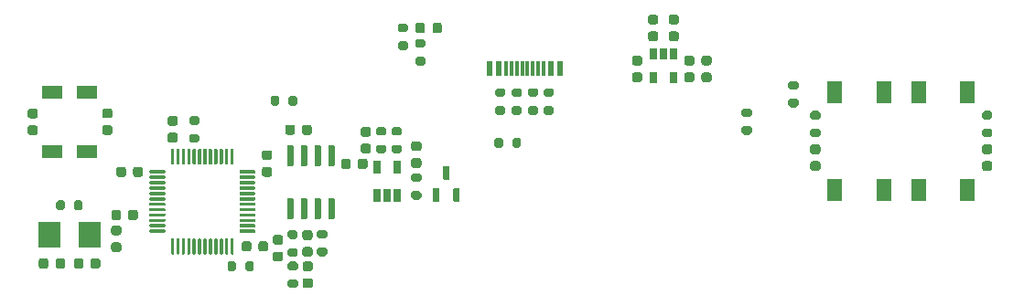
<source format=gtp>
G04 #@! TF.GenerationSoftware,KiCad,Pcbnew,(5.1.12)-1*
G04 #@! TF.CreationDate,2024-09-15T14:26:27+03:00*
G04 #@! TF.ProjectId,CaliperPCB,43616c69-7065-4725-9043-422e6b696361,rev?*
G04 #@! TF.SameCoordinates,Original*
G04 #@! TF.FileFunction,Paste,Top*
G04 #@! TF.FilePolarity,Positive*
%FSLAX46Y46*%
G04 Gerber Fmt 4.6, Leading zero omitted, Abs format (unit mm)*
G04 Created by KiCad (PCBNEW (5.1.12)-1) date 2024-09-15 14:26:27*
%MOMM*%
%LPD*%
G01*
G04 APERTURE LIST*
%ADD10R,0.650000X1.220000*%
%ADD11R,0.650000X1.060000*%
%ADD12R,1.400000X2.100000*%
%ADD13R,1.900000X1.300000*%
%ADD14R,2.000000X2.400000*%
%ADD15R,0.300000X1.450000*%
%ADD16R,0.600000X1.450000*%
G04 APERTURE END LIST*
G36*
G01*
X135105000Y-110170000D02*
X135655000Y-110170000D01*
G75*
G02*
X135855000Y-110370000I0J-200000D01*
G01*
X135855000Y-110770000D01*
G75*
G02*
X135655000Y-110970000I-200000J0D01*
G01*
X135105000Y-110970000D01*
G75*
G02*
X134905000Y-110770000I0J200000D01*
G01*
X134905000Y-110370000D01*
G75*
G02*
X135105000Y-110170000I200000J0D01*
G01*
G37*
G36*
G01*
X135105000Y-108520000D02*
X135655000Y-108520000D01*
G75*
G02*
X135855000Y-108720000I0J-200000D01*
G01*
X135855000Y-109120000D01*
G75*
G02*
X135655000Y-109320000I-200000J0D01*
G01*
X135105000Y-109320000D01*
G75*
G02*
X134905000Y-109120000I0J200000D01*
G01*
X134905000Y-108720000D01*
G75*
G02*
X135105000Y-108520000I200000J0D01*
G01*
G37*
G36*
G01*
X137824998Y-107225000D02*
X138374998Y-107225000D01*
G75*
G02*
X138574998Y-107425000I0J-200000D01*
G01*
X138574998Y-107825000D01*
G75*
G02*
X138374998Y-108025000I-200000J0D01*
G01*
X137824998Y-108025000D01*
G75*
G02*
X137624998Y-107825000I0J200000D01*
G01*
X137624998Y-107425000D01*
G75*
G02*
X137824998Y-107225000I200000J0D01*
G01*
G37*
G36*
G01*
X137824998Y-105575000D02*
X138374998Y-105575000D01*
G75*
G02*
X138574998Y-105775000I0J-200000D01*
G01*
X138574998Y-106175000D01*
G75*
G02*
X138374998Y-106375000I-200000J0D01*
G01*
X137824998Y-106375000D01*
G75*
G02*
X137624998Y-106175000I0J200000D01*
G01*
X137624998Y-105775000D01*
G75*
G02*
X137824998Y-105575000I200000J0D01*
G01*
G37*
G36*
G01*
X135091666Y-107270000D02*
X135641666Y-107270000D01*
G75*
G02*
X135841666Y-107470000I0J-200000D01*
G01*
X135841666Y-107870000D01*
G75*
G02*
X135641666Y-108070000I-200000J0D01*
G01*
X135091666Y-108070000D01*
G75*
G02*
X134891666Y-107870000I0J200000D01*
G01*
X134891666Y-107470000D01*
G75*
G02*
X135091666Y-107270000I200000J0D01*
G01*
G37*
G36*
G01*
X135091666Y-105620000D02*
X135641666Y-105620000D01*
G75*
G02*
X135841666Y-105820000I0J-200000D01*
G01*
X135841666Y-106220000D01*
G75*
G02*
X135641666Y-106420000I-200000J0D01*
G01*
X135091666Y-106420000D01*
G75*
G02*
X134891666Y-106220000I0J200000D01*
G01*
X134891666Y-105820000D01*
G75*
G02*
X135091666Y-105620000I200000J0D01*
G01*
G37*
G36*
G01*
X137010000Y-109420000D02*
X136510000Y-109420000D01*
G75*
G02*
X136285000Y-109195000I0J225000D01*
G01*
X136285000Y-108745000D01*
G75*
G02*
X136510000Y-108520000I225000J0D01*
G01*
X137010000Y-108520000D01*
G75*
G02*
X137235000Y-108745000I0J-225000D01*
G01*
X137235000Y-109195000D01*
G75*
G02*
X137010000Y-109420000I-225000J0D01*
G01*
G37*
G36*
G01*
X137010000Y-110970000D02*
X136510000Y-110970000D01*
G75*
G02*
X136285000Y-110745000I0J225000D01*
G01*
X136285000Y-110295000D01*
G75*
G02*
X136510000Y-110070000I225000J0D01*
G01*
X137010000Y-110070000D01*
G75*
G02*
X137235000Y-110295000I0J-225000D01*
G01*
X137235000Y-110745000D01*
G75*
G02*
X137010000Y-110970000I-225000J0D01*
G01*
G37*
G36*
G01*
X133750000Y-107605000D02*
X134250000Y-107605000D01*
G75*
G02*
X134475000Y-107830000I0J-225000D01*
G01*
X134475000Y-108280000D01*
G75*
G02*
X134250000Y-108505000I-225000J0D01*
G01*
X133750000Y-108505000D01*
G75*
G02*
X133525000Y-108280000I0J225000D01*
G01*
X133525000Y-107830000D01*
G75*
G02*
X133750000Y-107605000I225000J0D01*
G01*
G37*
G36*
G01*
X133750000Y-106055000D02*
X134250000Y-106055000D01*
G75*
G02*
X134475000Y-106280000I0J-225000D01*
G01*
X134475000Y-106730000D01*
G75*
G02*
X134250000Y-106955000I-225000J0D01*
G01*
X133750000Y-106955000D01*
G75*
G02*
X133525000Y-106730000I0J225000D01*
G01*
X133525000Y-106280000D01*
G75*
G02*
X133750000Y-106055000I225000J0D01*
G01*
G37*
G36*
G01*
X136983332Y-106520000D02*
X136483332Y-106520000D01*
G75*
G02*
X136258332Y-106295000I0J225000D01*
G01*
X136258332Y-105845000D01*
G75*
G02*
X136483332Y-105620000I225000J0D01*
G01*
X136983332Y-105620000D01*
G75*
G02*
X137208332Y-105845000I0J-225000D01*
G01*
X137208332Y-106295000D01*
G75*
G02*
X136983332Y-106520000I-225000J0D01*
G01*
G37*
G36*
G01*
X136983332Y-108070000D02*
X136483332Y-108070000D01*
G75*
G02*
X136258332Y-107845000I0J225000D01*
G01*
X136258332Y-107395000D01*
G75*
G02*
X136483332Y-107170000I225000J0D01*
G01*
X136983332Y-107170000D01*
G75*
G02*
X137208332Y-107395000I0J-225000D01*
G01*
X137208332Y-107845000D01*
G75*
G02*
X136983332Y-108070000I-225000J0D01*
G01*
G37*
G36*
G01*
X159335000Y-94905000D02*
X158785000Y-94905000D01*
G75*
G02*
X158585000Y-94705000I0J200000D01*
G01*
X158585000Y-94305000D01*
G75*
G02*
X158785000Y-94105000I200000J0D01*
G01*
X159335000Y-94105000D01*
G75*
G02*
X159535000Y-94305000I0J-200000D01*
G01*
X159535000Y-94705000D01*
G75*
G02*
X159335000Y-94905000I-200000J0D01*
G01*
G37*
G36*
G01*
X159335000Y-93255000D02*
X158785000Y-93255000D01*
G75*
G02*
X158585000Y-93055000I0J200000D01*
G01*
X158585000Y-92655000D01*
G75*
G02*
X158785000Y-92455000I200000J0D01*
G01*
X159335000Y-92455000D01*
G75*
G02*
X159535000Y-92655000I0J-200000D01*
G01*
X159535000Y-93055000D01*
G75*
G02*
X159335000Y-93255000I-200000J0D01*
G01*
G37*
G36*
G01*
X146555000Y-98935000D02*
X147055000Y-98935000D01*
G75*
G02*
X147280000Y-99160000I0J-225000D01*
G01*
X147280000Y-99610000D01*
G75*
G02*
X147055000Y-99835000I-225000J0D01*
G01*
X146555000Y-99835000D01*
G75*
G02*
X146330000Y-99610000I0J225000D01*
G01*
X146330000Y-99160000D01*
G75*
G02*
X146555000Y-98935000I225000J0D01*
G01*
G37*
G36*
G01*
X146555000Y-97385000D02*
X147055000Y-97385000D01*
G75*
G02*
X147280000Y-97610000I0J-225000D01*
G01*
X147280000Y-98060000D01*
G75*
G02*
X147055000Y-98285000I-225000J0D01*
G01*
X146555000Y-98285000D01*
G75*
G02*
X146330000Y-98060000I0J225000D01*
G01*
X146330000Y-97610000D01*
G75*
G02*
X146555000Y-97385000I225000J0D01*
G01*
G37*
G36*
G01*
X141395000Y-99720000D02*
X141395000Y-99220000D01*
G75*
G02*
X141620000Y-98995000I225000J0D01*
G01*
X142070000Y-98995000D01*
G75*
G02*
X142295000Y-99220000I0J-225000D01*
G01*
X142295000Y-99720000D01*
G75*
G02*
X142070000Y-99945000I-225000J0D01*
G01*
X141620000Y-99945000D01*
G75*
G02*
X141395000Y-99720000I0J225000D01*
G01*
G37*
G36*
G01*
X139845000Y-99720000D02*
X139845000Y-99220000D01*
G75*
G02*
X140070000Y-98995000I225000J0D01*
G01*
X140520000Y-98995000D01*
G75*
G02*
X140745000Y-99220000I0J-225000D01*
G01*
X140745000Y-99720000D01*
G75*
G02*
X140520000Y-99945000I-225000J0D01*
G01*
X140070000Y-99945000D01*
G75*
G02*
X139845000Y-99720000I0J225000D01*
G01*
G37*
G36*
G01*
X135585000Y-96060000D02*
X135585000Y-96560000D01*
G75*
G02*
X135360000Y-96785000I-225000J0D01*
G01*
X134910000Y-96785000D01*
G75*
G02*
X134685000Y-96560000I0J225000D01*
G01*
X134685000Y-96060000D01*
G75*
G02*
X134910000Y-95835000I225000J0D01*
G01*
X135360000Y-95835000D01*
G75*
G02*
X135585000Y-96060000I0J-225000D01*
G01*
G37*
G36*
G01*
X137135000Y-96060000D02*
X137135000Y-96560000D01*
G75*
G02*
X136910000Y-96785000I-225000J0D01*
G01*
X136460000Y-96785000D01*
G75*
G02*
X136235000Y-96560000I0J225000D01*
G01*
X136235000Y-96060000D01*
G75*
G02*
X136460000Y-95835000I225000J0D01*
G01*
X136910000Y-95835000D01*
G75*
G02*
X137135000Y-96060000I0J-225000D01*
G01*
G37*
G36*
G01*
X183470000Y-97665000D02*
X183970000Y-97665000D01*
G75*
G02*
X184195000Y-97890000I0J-225000D01*
G01*
X184195000Y-98340000D01*
G75*
G02*
X183970000Y-98565000I-225000J0D01*
G01*
X183470000Y-98565000D01*
G75*
G02*
X183245000Y-98340000I0J225000D01*
G01*
X183245000Y-97890000D01*
G75*
G02*
X183470000Y-97665000I225000J0D01*
G01*
G37*
G36*
G01*
X183470000Y-99215000D02*
X183970000Y-99215000D01*
G75*
G02*
X184195000Y-99440000I0J-225000D01*
G01*
X184195000Y-99890000D01*
G75*
G02*
X183970000Y-100115000I-225000J0D01*
G01*
X183470000Y-100115000D01*
G75*
G02*
X183245000Y-99890000I0J225000D01*
G01*
X183245000Y-99440000D01*
G75*
G02*
X183470000Y-99215000I225000J0D01*
G01*
G37*
G36*
G01*
X154845000Y-94905000D02*
X154295000Y-94905000D01*
G75*
G02*
X154095000Y-94705000I0J200000D01*
G01*
X154095000Y-94305000D01*
G75*
G02*
X154295000Y-94105000I200000J0D01*
G01*
X154845000Y-94105000D01*
G75*
G02*
X155045000Y-94305000I0J-200000D01*
G01*
X155045000Y-94705000D01*
G75*
G02*
X154845000Y-94905000I-200000J0D01*
G01*
G37*
G36*
G01*
X154845000Y-93255000D02*
X154295000Y-93255000D01*
G75*
G02*
X154095000Y-93055000I0J200000D01*
G01*
X154095000Y-92655000D01*
G75*
G02*
X154295000Y-92455000I200000J0D01*
G01*
X154845000Y-92455000D01*
G75*
G02*
X155045000Y-92655000I0J-200000D01*
G01*
X155045000Y-93055000D01*
G75*
G02*
X154845000Y-93255000I-200000J0D01*
G01*
G37*
G36*
G01*
X154048000Y-97785000D02*
X154048000Y-97235000D01*
G75*
G02*
X154248000Y-97035000I200000J0D01*
G01*
X154648000Y-97035000D01*
G75*
G02*
X154848000Y-97235000I0J-200000D01*
G01*
X154848000Y-97785000D01*
G75*
G02*
X154648000Y-97985000I-200000J0D01*
G01*
X154248000Y-97985000D01*
G75*
G02*
X154048000Y-97785000I0J200000D01*
G01*
G37*
G36*
G01*
X155698000Y-97785000D02*
X155698000Y-97235000D01*
G75*
G02*
X155898000Y-97035000I200000J0D01*
G01*
X156298000Y-97035000D01*
G75*
G02*
X156498000Y-97235000I0J-200000D01*
G01*
X156498000Y-97785000D01*
G75*
G02*
X156298000Y-97985000I-200000J0D01*
G01*
X155898000Y-97985000D01*
G75*
G02*
X155698000Y-97785000I0J200000D01*
G01*
G37*
G36*
G01*
X155823000Y-92455000D02*
X156373000Y-92455000D01*
G75*
G02*
X156573000Y-92655000I0J-200000D01*
G01*
X156573000Y-93055000D01*
G75*
G02*
X156373000Y-93255000I-200000J0D01*
G01*
X155823000Y-93255000D01*
G75*
G02*
X155623000Y-93055000I0J200000D01*
G01*
X155623000Y-92655000D01*
G75*
G02*
X155823000Y-92455000I200000J0D01*
G01*
G37*
G36*
G01*
X155823000Y-94105000D02*
X156373000Y-94105000D01*
G75*
G02*
X156573000Y-94305000I0J-200000D01*
G01*
X156573000Y-94705000D01*
G75*
G02*
X156373000Y-94905000I-200000J0D01*
G01*
X155823000Y-94905000D01*
G75*
G02*
X155623000Y-94705000I0J200000D01*
G01*
X155623000Y-94305000D01*
G75*
G02*
X155823000Y-94105000I200000J0D01*
G01*
G37*
G36*
G01*
X157323000Y-92455000D02*
X157873000Y-92455000D01*
G75*
G02*
X158073000Y-92655000I0J-200000D01*
G01*
X158073000Y-93055000D01*
G75*
G02*
X157873000Y-93255000I-200000J0D01*
G01*
X157323000Y-93255000D01*
G75*
G02*
X157123000Y-93055000I0J200000D01*
G01*
X157123000Y-92655000D01*
G75*
G02*
X157323000Y-92455000I200000J0D01*
G01*
G37*
G36*
G01*
X157323000Y-94105000D02*
X157873000Y-94105000D01*
G75*
G02*
X158073000Y-94305000I0J-200000D01*
G01*
X158073000Y-94705000D01*
G75*
G02*
X157873000Y-94905000I-200000J0D01*
G01*
X157323000Y-94905000D01*
G75*
G02*
X157123000Y-94705000I0J200000D01*
G01*
X157123000Y-94305000D01*
G75*
G02*
X157323000Y-94105000I200000J0D01*
G01*
G37*
D10*
X143150000Y-102387500D03*
X144100000Y-102387500D03*
X145050000Y-102387500D03*
X145050000Y-99767500D03*
X143150000Y-99767500D03*
G36*
G01*
X132740000Y-98210000D02*
X133240000Y-98210000D01*
G75*
G02*
X133465000Y-98435000I0J-225000D01*
G01*
X133465000Y-98885000D01*
G75*
G02*
X133240000Y-99110000I-225000J0D01*
G01*
X132740000Y-99110000D01*
G75*
G02*
X132515000Y-98885000I0J225000D01*
G01*
X132515000Y-98435000D01*
G75*
G02*
X132740000Y-98210000I225000J0D01*
G01*
G37*
G36*
G01*
X132740000Y-99760000D02*
X133240000Y-99760000D01*
G75*
G02*
X133465000Y-99985000I0J-225000D01*
G01*
X133465000Y-100435000D01*
G75*
G02*
X133240000Y-100660000I-225000J0D01*
G01*
X132740000Y-100660000D01*
G75*
G02*
X132515000Y-100435000I0J225000D01*
G01*
X132515000Y-99985000D01*
G75*
G02*
X132740000Y-99760000I225000J0D01*
G01*
G37*
G36*
G01*
X148851250Y-102997500D02*
X148408750Y-102997500D01*
G75*
G02*
X148335000Y-102923750I0J73750D01*
G01*
X148335000Y-101771250D01*
G75*
G02*
X148408750Y-101697500I73750J0D01*
G01*
X148851250Y-101697500D01*
G75*
G02*
X148925000Y-101771250I0J-73750D01*
G01*
X148925000Y-102923750D01*
G75*
G02*
X148851250Y-102997500I-73750J0D01*
G01*
G37*
G36*
G01*
X150751250Y-102997500D02*
X150308750Y-102997500D01*
G75*
G02*
X150235000Y-102923750I0J73750D01*
G01*
X150235000Y-101771250D01*
G75*
G02*
X150308750Y-101697500I73750J0D01*
G01*
X150751250Y-101697500D01*
G75*
G02*
X150825000Y-101771250I0J-73750D01*
G01*
X150825000Y-102923750D01*
G75*
G02*
X150751250Y-102997500I-73750J0D01*
G01*
G37*
G36*
G01*
X149801250Y-100947500D02*
X149358750Y-100947500D01*
G75*
G02*
X149285000Y-100873750I0J73750D01*
G01*
X149285000Y-99721250D01*
G75*
G02*
X149358750Y-99647500I73750J0D01*
G01*
X149801250Y-99647500D01*
G75*
G02*
X149875000Y-99721250I0J-73750D01*
G01*
X149875000Y-100873750D01*
G75*
G02*
X149801250Y-100947500I-73750J0D01*
G01*
G37*
D11*
X170620000Y-91440000D03*
X168720000Y-91440000D03*
X168720000Y-89240000D03*
X169670000Y-89240000D03*
X170620000Y-89240000D03*
G36*
G01*
X135360000Y-99655000D02*
X134910000Y-99655000D01*
G75*
G02*
X134835000Y-99580000I0J75000D01*
G01*
X134835000Y-97830000D01*
G75*
G02*
X134910000Y-97755000I75000J0D01*
G01*
X135360000Y-97755000D01*
G75*
G02*
X135435000Y-97830000I0J-75000D01*
G01*
X135435000Y-99580000D01*
G75*
G02*
X135360000Y-99655000I-75000J0D01*
G01*
G37*
G36*
G01*
X136630000Y-99655000D02*
X136180000Y-99655000D01*
G75*
G02*
X136105000Y-99580000I0J75000D01*
G01*
X136105000Y-97830000D01*
G75*
G02*
X136180000Y-97755000I75000J0D01*
G01*
X136630000Y-97755000D01*
G75*
G02*
X136705000Y-97830000I0J-75000D01*
G01*
X136705000Y-99580000D01*
G75*
G02*
X136630000Y-99655000I-75000J0D01*
G01*
G37*
G36*
G01*
X137900000Y-99655000D02*
X137450000Y-99655000D01*
G75*
G02*
X137375000Y-99580000I0J75000D01*
G01*
X137375000Y-97830000D01*
G75*
G02*
X137450000Y-97755000I75000J0D01*
G01*
X137900000Y-97755000D01*
G75*
G02*
X137975000Y-97830000I0J-75000D01*
G01*
X137975000Y-99580000D01*
G75*
G02*
X137900000Y-99655000I-75000J0D01*
G01*
G37*
G36*
G01*
X139170000Y-99655000D02*
X138720000Y-99655000D01*
G75*
G02*
X138645000Y-99580000I0J75000D01*
G01*
X138645000Y-97830000D01*
G75*
G02*
X138720000Y-97755000I75000J0D01*
G01*
X139170000Y-97755000D01*
G75*
G02*
X139245000Y-97830000I0J-75000D01*
G01*
X139245000Y-99580000D01*
G75*
G02*
X139170000Y-99655000I-75000J0D01*
G01*
G37*
G36*
G01*
X139170000Y-104565000D02*
X138720000Y-104565000D01*
G75*
G02*
X138645000Y-104490000I0J75000D01*
G01*
X138645000Y-102740000D01*
G75*
G02*
X138720000Y-102665000I75000J0D01*
G01*
X139170000Y-102665000D01*
G75*
G02*
X139245000Y-102740000I0J-75000D01*
G01*
X139245000Y-104490000D01*
G75*
G02*
X139170000Y-104565000I-75000J0D01*
G01*
G37*
G36*
G01*
X137900000Y-104565000D02*
X137450000Y-104565000D01*
G75*
G02*
X137375000Y-104490000I0J75000D01*
G01*
X137375000Y-102740000D01*
G75*
G02*
X137450000Y-102665000I75000J0D01*
G01*
X137900000Y-102665000D01*
G75*
G02*
X137975000Y-102740000I0J-75000D01*
G01*
X137975000Y-104490000D01*
G75*
G02*
X137900000Y-104565000I-75000J0D01*
G01*
G37*
G36*
G01*
X136630000Y-104565000D02*
X136180000Y-104565000D01*
G75*
G02*
X136105000Y-104490000I0J75000D01*
G01*
X136105000Y-102740000D01*
G75*
G02*
X136180000Y-102665000I75000J0D01*
G01*
X136630000Y-102665000D01*
G75*
G02*
X136705000Y-102740000I0J-75000D01*
G01*
X136705000Y-104490000D01*
G75*
G02*
X136630000Y-104565000I-75000J0D01*
G01*
G37*
G36*
G01*
X135360000Y-104565000D02*
X134910000Y-104565000D01*
G75*
G02*
X134835000Y-104490000I0J75000D01*
G01*
X134835000Y-102740000D01*
G75*
G02*
X134910000Y-102665000I75000J0D01*
G01*
X135360000Y-102665000D01*
G75*
G02*
X135435000Y-102740000I0J-75000D01*
G01*
X135435000Y-104490000D01*
G75*
G02*
X135360000Y-104565000I-75000J0D01*
G01*
G37*
G36*
G01*
X130981000Y-109241000D02*
X130981000Y-108691000D01*
G75*
G02*
X131181000Y-108491000I200000J0D01*
G01*
X131581000Y-108491000D01*
G75*
G02*
X131781000Y-108691000I0J-200000D01*
G01*
X131781000Y-109241000D01*
G75*
G02*
X131581000Y-109441000I-200000J0D01*
G01*
X131181000Y-109441000D01*
G75*
G02*
X130981000Y-109241000I0J200000D01*
G01*
G37*
G36*
G01*
X129331000Y-109241000D02*
X129331000Y-108691000D01*
G75*
G02*
X129531000Y-108491000I200000J0D01*
G01*
X129931000Y-108491000D01*
G75*
G02*
X130131000Y-108691000I0J-200000D01*
G01*
X130131000Y-109241000D01*
G75*
G02*
X129931000Y-109441000I-200000J0D01*
G01*
X129531000Y-109441000D01*
G75*
G02*
X129331000Y-109241000I0J200000D01*
G01*
G37*
G36*
G01*
X125981000Y-96685000D02*
X126531000Y-96685000D01*
G75*
G02*
X126731000Y-96885000I0J-200000D01*
G01*
X126731000Y-97285000D01*
G75*
G02*
X126531000Y-97485000I-200000J0D01*
G01*
X125981000Y-97485000D01*
G75*
G02*
X125781000Y-97285000I0J200000D01*
G01*
X125781000Y-96885000D01*
G75*
G02*
X125981000Y-96685000I200000J0D01*
G01*
G37*
G36*
G01*
X125981000Y-95035000D02*
X126531000Y-95035000D01*
G75*
G02*
X126731000Y-95235000I0J-200000D01*
G01*
X126731000Y-95635000D01*
G75*
G02*
X126531000Y-95835000I-200000J0D01*
G01*
X125981000Y-95835000D01*
G75*
G02*
X125781000Y-95635000I0J200000D01*
G01*
X125781000Y-95235000D01*
G75*
G02*
X125981000Y-95035000I200000J0D01*
G01*
G37*
G36*
G01*
X177645000Y-96770000D02*
X177095000Y-96770000D01*
G75*
G02*
X176895000Y-96570000I0J200000D01*
G01*
X176895000Y-96170000D01*
G75*
G02*
X177095000Y-95970000I200000J0D01*
G01*
X177645000Y-95970000D01*
G75*
G02*
X177845000Y-96170000I0J-200000D01*
G01*
X177845000Y-96570000D01*
G75*
G02*
X177645000Y-96770000I-200000J0D01*
G01*
G37*
G36*
G01*
X177645000Y-95120000D02*
X177095000Y-95120000D01*
G75*
G02*
X176895000Y-94920000I0J200000D01*
G01*
X176895000Y-94520000D01*
G75*
G02*
X177095000Y-94320000I200000J0D01*
G01*
X177645000Y-94320000D01*
G75*
G02*
X177845000Y-94520000I0J-200000D01*
G01*
X177845000Y-94920000D01*
G75*
G02*
X177645000Y-95120000I-200000J0D01*
G01*
G37*
G36*
G01*
X147080000Y-101137500D02*
X146530000Y-101137500D01*
G75*
G02*
X146330000Y-100937500I0J200000D01*
G01*
X146330000Y-100537500D01*
G75*
G02*
X146530000Y-100337500I200000J0D01*
G01*
X147080000Y-100337500D01*
G75*
G02*
X147280000Y-100537500I0J-200000D01*
G01*
X147280000Y-100937500D01*
G75*
G02*
X147080000Y-101137500I-200000J0D01*
G01*
G37*
G36*
G01*
X147080000Y-102787500D02*
X146530000Y-102787500D01*
G75*
G02*
X146330000Y-102587500I0J200000D01*
G01*
X146330000Y-102187500D01*
G75*
G02*
X146530000Y-101987500I200000J0D01*
G01*
X147080000Y-101987500D01*
G75*
G02*
X147280000Y-102187500I0J-200000D01*
G01*
X147280000Y-102587500D01*
G75*
G02*
X147080000Y-102787500I-200000J0D01*
G01*
G37*
G36*
G01*
X143840000Y-96845000D02*
X143290000Y-96845000D01*
G75*
G02*
X143090000Y-96645000I0J200000D01*
G01*
X143090000Y-96245000D01*
G75*
G02*
X143290000Y-96045000I200000J0D01*
G01*
X143840000Y-96045000D01*
G75*
G02*
X144040000Y-96245000I0J-200000D01*
G01*
X144040000Y-96645000D01*
G75*
G02*
X143840000Y-96845000I-200000J0D01*
G01*
G37*
G36*
G01*
X143840000Y-98495000D02*
X143290000Y-98495000D01*
G75*
G02*
X143090000Y-98295000I0J200000D01*
G01*
X143090000Y-97895000D01*
G75*
G02*
X143290000Y-97695000I200000J0D01*
G01*
X143840000Y-97695000D01*
G75*
G02*
X144040000Y-97895000I0J-200000D01*
G01*
X144040000Y-98295000D01*
G75*
G02*
X143840000Y-98495000I-200000J0D01*
G01*
G37*
G36*
G01*
X144725000Y-97695000D02*
X145275000Y-97695000D01*
G75*
G02*
X145475000Y-97895000I0J-200000D01*
G01*
X145475000Y-98295000D01*
G75*
G02*
X145275000Y-98495000I-200000J0D01*
G01*
X144725000Y-98495000D01*
G75*
G02*
X144525000Y-98295000I0J200000D01*
G01*
X144525000Y-97895000D01*
G75*
G02*
X144725000Y-97695000I200000J0D01*
G01*
G37*
G36*
G01*
X144725000Y-96045000D02*
X145275000Y-96045000D01*
G75*
G02*
X145475000Y-96245000I0J-200000D01*
G01*
X145475000Y-96645000D01*
G75*
G02*
X145275000Y-96845000I-200000J0D01*
G01*
X144725000Y-96845000D01*
G75*
G02*
X144525000Y-96645000I0J200000D01*
G01*
X144525000Y-96245000D01*
G75*
G02*
X144725000Y-96045000I200000J0D01*
G01*
G37*
G36*
G01*
X142380000Y-96945000D02*
X141880000Y-96945000D01*
G75*
G02*
X141655000Y-96720000I0J225000D01*
G01*
X141655000Y-96270000D01*
G75*
G02*
X141880000Y-96045000I225000J0D01*
G01*
X142380000Y-96045000D01*
G75*
G02*
X142605000Y-96270000I0J-225000D01*
G01*
X142605000Y-96720000D01*
G75*
G02*
X142380000Y-96945000I-225000J0D01*
G01*
G37*
G36*
G01*
X142380000Y-98495000D02*
X141880000Y-98495000D01*
G75*
G02*
X141655000Y-98270000I0J225000D01*
G01*
X141655000Y-97820000D01*
G75*
G02*
X141880000Y-97595000I225000J0D01*
G01*
X142380000Y-97595000D01*
G75*
G02*
X142605000Y-97820000I0J-225000D01*
G01*
X142605000Y-98270000D01*
G75*
G02*
X142380000Y-98495000I-225000J0D01*
G01*
G37*
D12*
X193318333Y-101905000D03*
X193318333Y-92805000D03*
X197818333Y-92805000D03*
X197818333Y-101905000D03*
X190034334Y-92805000D03*
X190034334Y-101905000D03*
X185534334Y-101905000D03*
X185534334Y-92805000D03*
G36*
G01*
X147440000Y-90340000D02*
X146890000Y-90340000D01*
G75*
G02*
X146690000Y-90140000I0J200000D01*
G01*
X146690000Y-89740000D01*
G75*
G02*
X146890000Y-89540000I200000J0D01*
G01*
X147440000Y-89540000D01*
G75*
G02*
X147640000Y-89740000I0J-200000D01*
G01*
X147640000Y-90140000D01*
G75*
G02*
X147440000Y-90340000I-200000J0D01*
G01*
G37*
G36*
G01*
X147440000Y-88690000D02*
X146890000Y-88690000D01*
G75*
G02*
X146690000Y-88490000I0J200000D01*
G01*
X146690000Y-88090000D01*
G75*
G02*
X146890000Y-87890000I200000J0D01*
G01*
X147440000Y-87890000D01*
G75*
G02*
X147640000Y-88090000I0J-200000D01*
G01*
X147640000Y-88490000D01*
G75*
G02*
X147440000Y-88690000I-200000J0D01*
G01*
G37*
G36*
G01*
X146727500Y-87124250D02*
X146727500Y-86611750D01*
G75*
G02*
X146946250Y-86393000I218750J0D01*
G01*
X147383750Y-86393000D01*
G75*
G02*
X147602500Y-86611750I0J-218750D01*
G01*
X147602500Y-87124250D01*
G75*
G02*
X147383750Y-87343000I-218750J0D01*
G01*
X146946250Y-87343000D01*
G75*
G02*
X146727500Y-87124250I0J218750D01*
G01*
G37*
G36*
G01*
X148302500Y-87124250D02*
X148302500Y-86611750D01*
G75*
G02*
X148521250Y-86393000I218750J0D01*
G01*
X148958750Y-86393000D01*
G75*
G02*
X149177500Y-86611750I0J-218750D01*
G01*
X149177500Y-87124250D01*
G75*
G02*
X148958750Y-87343000I-218750J0D01*
G01*
X148521250Y-87343000D01*
G75*
G02*
X148302500Y-87124250I0J218750D01*
G01*
G37*
G36*
G01*
X199899000Y-97010000D02*
X199349000Y-97010000D01*
G75*
G02*
X199149000Y-96810000I0J200000D01*
G01*
X199149000Y-96410000D01*
G75*
G02*
X199349000Y-96210000I200000J0D01*
G01*
X199899000Y-96210000D01*
G75*
G02*
X200099000Y-96410000I0J-200000D01*
G01*
X200099000Y-96810000D01*
G75*
G02*
X199899000Y-97010000I-200000J0D01*
G01*
G37*
G36*
G01*
X199899000Y-95360000D02*
X199349000Y-95360000D01*
G75*
G02*
X199149000Y-95160000I0J200000D01*
G01*
X199149000Y-94760000D01*
G75*
G02*
X199349000Y-94560000I200000J0D01*
G01*
X199899000Y-94560000D01*
G75*
G02*
X200099000Y-94760000I0J-200000D01*
G01*
X200099000Y-95160000D01*
G75*
G02*
X199899000Y-95360000I-200000J0D01*
G01*
G37*
G36*
G01*
X199374000Y-97665000D02*
X199874000Y-97665000D01*
G75*
G02*
X200099000Y-97890000I0J-225000D01*
G01*
X200099000Y-98340000D01*
G75*
G02*
X199874000Y-98565000I-225000J0D01*
G01*
X199374000Y-98565000D01*
G75*
G02*
X199149000Y-98340000I0J225000D01*
G01*
X199149000Y-97890000D01*
G75*
G02*
X199374000Y-97665000I225000J0D01*
G01*
G37*
G36*
G01*
X199374000Y-99215000D02*
X199874000Y-99215000D01*
G75*
G02*
X200099000Y-99440000I0J-225000D01*
G01*
X200099000Y-99890000D01*
G75*
G02*
X199874000Y-100115000I-225000J0D01*
G01*
X199374000Y-100115000D01*
G75*
G02*
X199149000Y-99890000I0J225000D01*
G01*
X199149000Y-99440000D01*
G75*
G02*
X199374000Y-99215000I225000J0D01*
G01*
G37*
G36*
G01*
X124006000Y-95035000D02*
X124506000Y-95035000D01*
G75*
G02*
X124731000Y-95260000I0J-225000D01*
G01*
X124731000Y-95710000D01*
G75*
G02*
X124506000Y-95935000I-225000J0D01*
G01*
X124006000Y-95935000D01*
G75*
G02*
X123781000Y-95710000I0J225000D01*
G01*
X123781000Y-95260000D01*
G75*
G02*
X124006000Y-95035000I225000J0D01*
G01*
G37*
G36*
G01*
X124006000Y-96585000D02*
X124506000Y-96585000D01*
G75*
G02*
X124731000Y-96810000I0J-225000D01*
G01*
X124731000Y-97260000D01*
G75*
G02*
X124506000Y-97485000I-225000J0D01*
G01*
X124006000Y-97485000D01*
G75*
G02*
X123781000Y-97260000I0J225000D01*
G01*
X123781000Y-96810000D01*
G75*
G02*
X124006000Y-96585000I225000J0D01*
G01*
G37*
G36*
G01*
X181965000Y-94230000D02*
X181415000Y-94230000D01*
G75*
G02*
X181215000Y-94030000I0J200000D01*
G01*
X181215000Y-93630000D01*
G75*
G02*
X181415000Y-93430000I200000J0D01*
G01*
X181965000Y-93430000D01*
G75*
G02*
X182165000Y-93630000I0J-200000D01*
G01*
X182165000Y-94030000D01*
G75*
G02*
X181965000Y-94230000I-200000J0D01*
G01*
G37*
G36*
G01*
X181965000Y-92580000D02*
X181415000Y-92580000D01*
G75*
G02*
X181215000Y-92380000I0J200000D01*
G01*
X181215000Y-91980000D01*
G75*
G02*
X181415000Y-91780000I200000J0D01*
G01*
X181965000Y-91780000D01*
G75*
G02*
X182165000Y-91980000I0J-200000D01*
G01*
X182165000Y-92380000D01*
G75*
G02*
X181965000Y-92580000I-200000J0D01*
G01*
G37*
D13*
X116330000Y-98320000D03*
X116330000Y-92820000D03*
X113130000Y-92820000D03*
X113130000Y-98320000D03*
D14*
X112866000Y-106005000D03*
X116566000Y-106005000D03*
D15*
X157098000Y-90659000D03*
X155098000Y-90659000D03*
X155598000Y-90659000D03*
X156098000Y-90659000D03*
X156598000Y-90659000D03*
X157598000Y-90659000D03*
X158098000Y-90659000D03*
X158598000Y-90659000D03*
D16*
X153598000Y-90659000D03*
X154398000Y-90659000D03*
X159298000Y-90659000D03*
X160098000Y-90659000D03*
X160098000Y-90659000D03*
X159298000Y-90659000D03*
X154398000Y-90659000D03*
X153598000Y-90659000D03*
G36*
G01*
X133325000Y-93895000D02*
X133325000Y-93345000D01*
G75*
G02*
X133525000Y-93145000I200000J0D01*
G01*
X133925000Y-93145000D01*
G75*
G02*
X134125000Y-93345000I0J-200000D01*
G01*
X134125000Y-93895000D01*
G75*
G02*
X133925000Y-94095000I-200000J0D01*
G01*
X133525000Y-94095000D01*
G75*
G02*
X133325000Y-93895000I0J200000D01*
G01*
G37*
G36*
G01*
X134975000Y-93895000D02*
X134975000Y-93345000D01*
G75*
G02*
X135175000Y-93145000I200000J0D01*
G01*
X135575000Y-93145000D01*
G75*
G02*
X135775000Y-93345000I0J-200000D01*
G01*
X135775000Y-93895000D01*
G75*
G02*
X135575000Y-94095000I-200000J0D01*
G01*
X135175000Y-94095000D01*
G75*
G02*
X134975000Y-93895000I0J200000D01*
G01*
G37*
G36*
G01*
X119051000Y-100460000D02*
X119051000Y-99960000D01*
G75*
G02*
X119276000Y-99735000I225000J0D01*
G01*
X119726000Y-99735000D01*
G75*
G02*
X119951000Y-99960000I0J-225000D01*
G01*
X119951000Y-100460000D01*
G75*
G02*
X119726000Y-100685000I-225000J0D01*
G01*
X119276000Y-100685000D01*
G75*
G02*
X119051000Y-100460000I0J225000D01*
G01*
G37*
G36*
G01*
X120601000Y-100460000D02*
X120601000Y-99960000D01*
G75*
G02*
X120826000Y-99735000I225000J0D01*
G01*
X121276000Y-99735000D01*
G75*
G02*
X121501000Y-99960000I0J-225000D01*
G01*
X121501000Y-100460000D01*
G75*
G02*
X121276000Y-100685000I-225000J0D01*
G01*
X120826000Y-100685000D01*
G75*
G02*
X120601000Y-100460000I0J225000D01*
G01*
G37*
G36*
G01*
X118595000Y-104460000D02*
X118595000Y-103960000D01*
G75*
G02*
X118820000Y-103735000I225000J0D01*
G01*
X119270000Y-103735000D01*
G75*
G02*
X119495000Y-103960000I0J-225000D01*
G01*
X119495000Y-104460000D01*
G75*
G02*
X119270000Y-104685000I-225000J0D01*
G01*
X118820000Y-104685000D01*
G75*
G02*
X118595000Y-104460000I0J225000D01*
G01*
G37*
G36*
G01*
X120145000Y-104460000D02*
X120145000Y-103960000D01*
G75*
G02*
X120370000Y-103735000I225000J0D01*
G01*
X120820000Y-103735000D01*
G75*
G02*
X121045000Y-103960000I0J-225000D01*
G01*
X121045000Y-104460000D01*
G75*
G02*
X120820000Y-104685000I-225000J0D01*
G01*
X120370000Y-104685000D01*
G75*
G02*
X120145000Y-104460000I0J225000D01*
G01*
G37*
G36*
G01*
X145835000Y-88915000D02*
X145285000Y-88915000D01*
G75*
G02*
X145085000Y-88715000I0J200000D01*
G01*
X145085000Y-88315000D01*
G75*
G02*
X145285000Y-88115000I200000J0D01*
G01*
X145835000Y-88115000D01*
G75*
G02*
X146035000Y-88315000I0J-200000D01*
G01*
X146035000Y-88715000D01*
G75*
G02*
X145835000Y-88915000I-200000J0D01*
G01*
G37*
G36*
G01*
X145835000Y-87265000D02*
X145285000Y-87265000D01*
G75*
G02*
X145085000Y-87065000I0J200000D01*
G01*
X145085000Y-86665000D01*
G75*
G02*
X145285000Y-86465000I200000J0D01*
G01*
X145835000Y-86465000D01*
G75*
G02*
X146035000Y-86665000I0J-200000D01*
G01*
X146035000Y-87065000D01*
G75*
G02*
X145835000Y-87265000I-200000J0D01*
G01*
G37*
G36*
G01*
X122106000Y-100285000D02*
X122106000Y-100135000D01*
G75*
G02*
X122181000Y-100060000I75000J0D01*
G01*
X123506000Y-100060000D01*
G75*
G02*
X123581000Y-100135000I0J-75000D01*
G01*
X123581000Y-100285000D01*
G75*
G02*
X123506000Y-100360000I-75000J0D01*
G01*
X122181000Y-100360000D01*
G75*
G02*
X122106000Y-100285000I0J75000D01*
G01*
G37*
G36*
G01*
X122106000Y-100785000D02*
X122106000Y-100635000D01*
G75*
G02*
X122181000Y-100560000I75000J0D01*
G01*
X123506000Y-100560000D01*
G75*
G02*
X123581000Y-100635000I0J-75000D01*
G01*
X123581000Y-100785000D01*
G75*
G02*
X123506000Y-100860000I-75000J0D01*
G01*
X122181000Y-100860000D01*
G75*
G02*
X122106000Y-100785000I0J75000D01*
G01*
G37*
G36*
G01*
X122106000Y-101285000D02*
X122106000Y-101135000D01*
G75*
G02*
X122181000Y-101060000I75000J0D01*
G01*
X123506000Y-101060000D01*
G75*
G02*
X123581000Y-101135000I0J-75000D01*
G01*
X123581000Y-101285000D01*
G75*
G02*
X123506000Y-101360000I-75000J0D01*
G01*
X122181000Y-101360000D01*
G75*
G02*
X122106000Y-101285000I0J75000D01*
G01*
G37*
G36*
G01*
X122106000Y-101785000D02*
X122106000Y-101635000D01*
G75*
G02*
X122181000Y-101560000I75000J0D01*
G01*
X123506000Y-101560000D01*
G75*
G02*
X123581000Y-101635000I0J-75000D01*
G01*
X123581000Y-101785000D01*
G75*
G02*
X123506000Y-101860000I-75000J0D01*
G01*
X122181000Y-101860000D01*
G75*
G02*
X122106000Y-101785000I0J75000D01*
G01*
G37*
G36*
G01*
X122106000Y-102285000D02*
X122106000Y-102135000D01*
G75*
G02*
X122181000Y-102060000I75000J0D01*
G01*
X123506000Y-102060000D01*
G75*
G02*
X123581000Y-102135000I0J-75000D01*
G01*
X123581000Y-102285000D01*
G75*
G02*
X123506000Y-102360000I-75000J0D01*
G01*
X122181000Y-102360000D01*
G75*
G02*
X122106000Y-102285000I0J75000D01*
G01*
G37*
G36*
G01*
X122106000Y-102785000D02*
X122106000Y-102635000D01*
G75*
G02*
X122181000Y-102560000I75000J0D01*
G01*
X123506000Y-102560000D01*
G75*
G02*
X123581000Y-102635000I0J-75000D01*
G01*
X123581000Y-102785000D01*
G75*
G02*
X123506000Y-102860000I-75000J0D01*
G01*
X122181000Y-102860000D01*
G75*
G02*
X122106000Y-102785000I0J75000D01*
G01*
G37*
G36*
G01*
X122106000Y-103285000D02*
X122106000Y-103135000D01*
G75*
G02*
X122181000Y-103060000I75000J0D01*
G01*
X123506000Y-103060000D01*
G75*
G02*
X123581000Y-103135000I0J-75000D01*
G01*
X123581000Y-103285000D01*
G75*
G02*
X123506000Y-103360000I-75000J0D01*
G01*
X122181000Y-103360000D01*
G75*
G02*
X122106000Y-103285000I0J75000D01*
G01*
G37*
G36*
G01*
X122106000Y-103785000D02*
X122106000Y-103635000D01*
G75*
G02*
X122181000Y-103560000I75000J0D01*
G01*
X123506000Y-103560000D01*
G75*
G02*
X123581000Y-103635000I0J-75000D01*
G01*
X123581000Y-103785000D01*
G75*
G02*
X123506000Y-103860000I-75000J0D01*
G01*
X122181000Y-103860000D01*
G75*
G02*
X122106000Y-103785000I0J75000D01*
G01*
G37*
G36*
G01*
X122106000Y-104285000D02*
X122106000Y-104135000D01*
G75*
G02*
X122181000Y-104060000I75000J0D01*
G01*
X123506000Y-104060000D01*
G75*
G02*
X123581000Y-104135000I0J-75000D01*
G01*
X123581000Y-104285000D01*
G75*
G02*
X123506000Y-104360000I-75000J0D01*
G01*
X122181000Y-104360000D01*
G75*
G02*
X122106000Y-104285000I0J75000D01*
G01*
G37*
G36*
G01*
X122106000Y-104785000D02*
X122106000Y-104635000D01*
G75*
G02*
X122181000Y-104560000I75000J0D01*
G01*
X123506000Y-104560000D01*
G75*
G02*
X123581000Y-104635000I0J-75000D01*
G01*
X123581000Y-104785000D01*
G75*
G02*
X123506000Y-104860000I-75000J0D01*
G01*
X122181000Y-104860000D01*
G75*
G02*
X122106000Y-104785000I0J75000D01*
G01*
G37*
G36*
G01*
X122106000Y-105285000D02*
X122106000Y-105135000D01*
G75*
G02*
X122181000Y-105060000I75000J0D01*
G01*
X123506000Y-105060000D01*
G75*
G02*
X123581000Y-105135000I0J-75000D01*
G01*
X123581000Y-105285000D01*
G75*
G02*
X123506000Y-105360000I-75000J0D01*
G01*
X122181000Y-105360000D01*
G75*
G02*
X122106000Y-105285000I0J75000D01*
G01*
G37*
G36*
G01*
X122106000Y-105785000D02*
X122106000Y-105635000D01*
G75*
G02*
X122181000Y-105560000I75000J0D01*
G01*
X123506000Y-105560000D01*
G75*
G02*
X123581000Y-105635000I0J-75000D01*
G01*
X123581000Y-105785000D01*
G75*
G02*
X123506000Y-105860000I-75000J0D01*
G01*
X122181000Y-105860000D01*
G75*
G02*
X122106000Y-105785000I0J75000D01*
G01*
G37*
G36*
G01*
X124106000Y-107785000D02*
X124106000Y-106460000D01*
G75*
G02*
X124181000Y-106385000I75000J0D01*
G01*
X124331000Y-106385000D01*
G75*
G02*
X124406000Y-106460000I0J-75000D01*
G01*
X124406000Y-107785000D01*
G75*
G02*
X124331000Y-107860000I-75000J0D01*
G01*
X124181000Y-107860000D01*
G75*
G02*
X124106000Y-107785000I0J75000D01*
G01*
G37*
G36*
G01*
X124606000Y-107785000D02*
X124606000Y-106460000D01*
G75*
G02*
X124681000Y-106385000I75000J0D01*
G01*
X124831000Y-106385000D01*
G75*
G02*
X124906000Y-106460000I0J-75000D01*
G01*
X124906000Y-107785000D01*
G75*
G02*
X124831000Y-107860000I-75000J0D01*
G01*
X124681000Y-107860000D01*
G75*
G02*
X124606000Y-107785000I0J75000D01*
G01*
G37*
G36*
G01*
X125106000Y-107785000D02*
X125106000Y-106460000D01*
G75*
G02*
X125181000Y-106385000I75000J0D01*
G01*
X125331000Y-106385000D01*
G75*
G02*
X125406000Y-106460000I0J-75000D01*
G01*
X125406000Y-107785000D01*
G75*
G02*
X125331000Y-107860000I-75000J0D01*
G01*
X125181000Y-107860000D01*
G75*
G02*
X125106000Y-107785000I0J75000D01*
G01*
G37*
G36*
G01*
X125606000Y-107785000D02*
X125606000Y-106460000D01*
G75*
G02*
X125681000Y-106385000I75000J0D01*
G01*
X125831000Y-106385000D01*
G75*
G02*
X125906000Y-106460000I0J-75000D01*
G01*
X125906000Y-107785000D01*
G75*
G02*
X125831000Y-107860000I-75000J0D01*
G01*
X125681000Y-107860000D01*
G75*
G02*
X125606000Y-107785000I0J75000D01*
G01*
G37*
G36*
G01*
X126106000Y-107785000D02*
X126106000Y-106460000D01*
G75*
G02*
X126181000Y-106385000I75000J0D01*
G01*
X126331000Y-106385000D01*
G75*
G02*
X126406000Y-106460000I0J-75000D01*
G01*
X126406000Y-107785000D01*
G75*
G02*
X126331000Y-107860000I-75000J0D01*
G01*
X126181000Y-107860000D01*
G75*
G02*
X126106000Y-107785000I0J75000D01*
G01*
G37*
G36*
G01*
X126606000Y-107785000D02*
X126606000Y-106460000D01*
G75*
G02*
X126681000Y-106385000I75000J0D01*
G01*
X126831000Y-106385000D01*
G75*
G02*
X126906000Y-106460000I0J-75000D01*
G01*
X126906000Y-107785000D01*
G75*
G02*
X126831000Y-107860000I-75000J0D01*
G01*
X126681000Y-107860000D01*
G75*
G02*
X126606000Y-107785000I0J75000D01*
G01*
G37*
G36*
G01*
X127106000Y-107785000D02*
X127106000Y-106460000D01*
G75*
G02*
X127181000Y-106385000I75000J0D01*
G01*
X127331000Y-106385000D01*
G75*
G02*
X127406000Y-106460000I0J-75000D01*
G01*
X127406000Y-107785000D01*
G75*
G02*
X127331000Y-107860000I-75000J0D01*
G01*
X127181000Y-107860000D01*
G75*
G02*
X127106000Y-107785000I0J75000D01*
G01*
G37*
G36*
G01*
X127606000Y-107785000D02*
X127606000Y-106460000D01*
G75*
G02*
X127681000Y-106385000I75000J0D01*
G01*
X127831000Y-106385000D01*
G75*
G02*
X127906000Y-106460000I0J-75000D01*
G01*
X127906000Y-107785000D01*
G75*
G02*
X127831000Y-107860000I-75000J0D01*
G01*
X127681000Y-107860000D01*
G75*
G02*
X127606000Y-107785000I0J75000D01*
G01*
G37*
G36*
G01*
X128106000Y-107785000D02*
X128106000Y-106460000D01*
G75*
G02*
X128181000Y-106385000I75000J0D01*
G01*
X128331000Y-106385000D01*
G75*
G02*
X128406000Y-106460000I0J-75000D01*
G01*
X128406000Y-107785000D01*
G75*
G02*
X128331000Y-107860000I-75000J0D01*
G01*
X128181000Y-107860000D01*
G75*
G02*
X128106000Y-107785000I0J75000D01*
G01*
G37*
G36*
G01*
X128606000Y-107785000D02*
X128606000Y-106460000D01*
G75*
G02*
X128681000Y-106385000I75000J0D01*
G01*
X128831000Y-106385000D01*
G75*
G02*
X128906000Y-106460000I0J-75000D01*
G01*
X128906000Y-107785000D01*
G75*
G02*
X128831000Y-107860000I-75000J0D01*
G01*
X128681000Y-107860000D01*
G75*
G02*
X128606000Y-107785000I0J75000D01*
G01*
G37*
G36*
G01*
X129106000Y-107785000D02*
X129106000Y-106460000D01*
G75*
G02*
X129181000Y-106385000I75000J0D01*
G01*
X129331000Y-106385000D01*
G75*
G02*
X129406000Y-106460000I0J-75000D01*
G01*
X129406000Y-107785000D01*
G75*
G02*
X129331000Y-107860000I-75000J0D01*
G01*
X129181000Y-107860000D01*
G75*
G02*
X129106000Y-107785000I0J75000D01*
G01*
G37*
G36*
G01*
X129606000Y-107785000D02*
X129606000Y-106460000D01*
G75*
G02*
X129681000Y-106385000I75000J0D01*
G01*
X129831000Y-106385000D01*
G75*
G02*
X129906000Y-106460000I0J-75000D01*
G01*
X129906000Y-107785000D01*
G75*
G02*
X129831000Y-107860000I-75000J0D01*
G01*
X129681000Y-107860000D01*
G75*
G02*
X129606000Y-107785000I0J75000D01*
G01*
G37*
G36*
G01*
X130431000Y-105785000D02*
X130431000Y-105635000D01*
G75*
G02*
X130506000Y-105560000I75000J0D01*
G01*
X131831000Y-105560000D01*
G75*
G02*
X131906000Y-105635000I0J-75000D01*
G01*
X131906000Y-105785000D01*
G75*
G02*
X131831000Y-105860000I-75000J0D01*
G01*
X130506000Y-105860000D01*
G75*
G02*
X130431000Y-105785000I0J75000D01*
G01*
G37*
G36*
G01*
X130431000Y-105285000D02*
X130431000Y-105135000D01*
G75*
G02*
X130506000Y-105060000I75000J0D01*
G01*
X131831000Y-105060000D01*
G75*
G02*
X131906000Y-105135000I0J-75000D01*
G01*
X131906000Y-105285000D01*
G75*
G02*
X131831000Y-105360000I-75000J0D01*
G01*
X130506000Y-105360000D01*
G75*
G02*
X130431000Y-105285000I0J75000D01*
G01*
G37*
G36*
G01*
X130431000Y-104785000D02*
X130431000Y-104635000D01*
G75*
G02*
X130506000Y-104560000I75000J0D01*
G01*
X131831000Y-104560000D01*
G75*
G02*
X131906000Y-104635000I0J-75000D01*
G01*
X131906000Y-104785000D01*
G75*
G02*
X131831000Y-104860000I-75000J0D01*
G01*
X130506000Y-104860000D01*
G75*
G02*
X130431000Y-104785000I0J75000D01*
G01*
G37*
G36*
G01*
X130431000Y-104285000D02*
X130431000Y-104135000D01*
G75*
G02*
X130506000Y-104060000I75000J0D01*
G01*
X131831000Y-104060000D01*
G75*
G02*
X131906000Y-104135000I0J-75000D01*
G01*
X131906000Y-104285000D01*
G75*
G02*
X131831000Y-104360000I-75000J0D01*
G01*
X130506000Y-104360000D01*
G75*
G02*
X130431000Y-104285000I0J75000D01*
G01*
G37*
G36*
G01*
X130431000Y-103785000D02*
X130431000Y-103635000D01*
G75*
G02*
X130506000Y-103560000I75000J0D01*
G01*
X131831000Y-103560000D01*
G75*
G02*
X131906000Y-103635000I0J-75000D01*
G01*
X131906000Y-103785000D01*
G75*
G02*
X131831000Y-103860000I-75000J0D01*
G01*
X130506000Y-103860000D01*
G75*
G02*
X130431000Y-103785000I0J75000D01*
G01*
G37*
G36*
G01*
X130431000Y-103285000D02*
X130431000Y-103135000D01*
G75*
G02*
X130506000Y-103060000I75000J0D01*
G01*
X131831000Y-103060000D01*
G75*
G02*
X131906000Y-103135000I0J-75000D01*
G01*
X131906000Y-103285000D01*
G75*
G02*
X131831000Y-103360000I-75000J0D01*
G01*
X130506000Y-103360000D01*
G75*
G02*
X130431000Y-103285000I0J75000D01*
G01*
G37*
G36*
G01*
X130431000Y-102785000D02*
X130431000Y-102635000D01*
G75*
G02*
X130506000Y-102560000I75000J0D01*
G01*
X131831000Y-102560000D01*
G75*
G02*
X131906000Y-102635000I0J-75000D01*
G01*
X131906000Y-102785000D01*
G75*
G02*
X131831000Y-102860000I-75000J0D01*
G01*
X130506000Y-102860000D01*
G75*
G02*
X130431000Y-102785000I0J75000D01*
G01*
G37*
G36*
G01*
X130431000Y-102285000D02*
X130431000Y-102135000D01*
G75*
G02*
X130506000Y-102060000I75000J0D01*
G01*
X131831000Y-102060000D01*
G75*
G02*
X131906000Y-102135000I0J-75000D01*
G01*
X131906000Y-102285000D01*
G75*
G02*
X131831000Y-102360000I-75000J0D01*
G01*
X130506000Y-102360000D01*
G75*
G02*
X130431000Y-102285000I0J75000D01*
G01*
G37*
G36*
G01*
X130431000Y-101785000D02*
X130431000Y-101635000D01*
G75*
G02*
X130506000Y-101560000I75000J0D01*
G01*
X131831000Y-101560000D01*
G75*
G02*
X131906000Y-101635000I0J-75000D01*
G01*
X131906000Y-101785000D01*
G75*
G02*
X131831000Y-101860000I-75000J0D01*
G01*
X130506000Y-101860000D01*
G75*
G02*
X130431000Y-101785000I0J75000D01*
G01*
G37*
G36*
G01*
X130431000Y-101285000D02*
X130431000Y-101135000D01*
G75*
G02*
X130506000Y-101060000I75000J0D01*
G01*
X131831000Y-101060000D01*
G75*
G02*
X131906000Y-101135000I0J-75000D01*
G01*
X131906000Y-101285000D01*
G75*
G02*
X131831000Y-101360000I-75000J0D01*
G01*
X130506000Y-101360000D01*
G75*
G02*
X130431000Y-101285000I0J75000D01*
G01*
G37*
G36*
G01*
X130431000Y-100785000D02*
X130431000Y-100635000D01*
G75*
G02*
X130506000Y-100560000I75000J0D01*
G01*
X131831000Y-100560000D01*
G75*
G02*
X131906000Y-100635000I0J-75000D01*
G01*
X131906000Y-100785000D01*
G75*
G02*
X131831000Y-100860000I-75000J0D01*
G01*
X130506000Y-100860000D01*
G75*
G02*
X130431000Y-100785000I0J75000D01*
G01*
G37*
G36*
G01*
X130431000Y-100285000D02*
X130431000Y-100135000D01*
G75*
G02*
X130506000Y-100060000I75000J0D01*
G01*
X131831000Y-100060000D01*
G75*
G02*
X131906000Y-100135000I0J-75000D01*
G01*
X131906000Y-100285000D01*
G75*
G02*
X131831000Y-100360000I-75000J0D01*
G01*
X130506000Y-100360000D01*
G75*
G02*
X130431000Y-100285000I0J75000D01*
G01*
G37*
G36*
G01*
X129606000Y-99460000D02*
X129606000Y-98135000D01*
G75*
G02*
X129681000Y-98060000I75000J0D01*
G01*
X129831000Y-98060000D01*
G75*
G02*
X129906000Y-98135000I0J-75000D01*
G01*
X129906000Y-99460000D01*
G75*
G02*
X129831000Y-99535000I-75000J0D01*
G01*
X129681000Y-99535000D01*
G75*
G02*
X129606000Y-99460000I0J75000D01*
G01*
G37*
G36*
G01*
X129106000Y-99460000D02*
X129106000Y-98135000D01*
G75*
G02*
X129181000Y-98060000I75000J0D01*
G01*
X129331000Y-98060000D01*
G75*
G02*
X129406000Y-98135000I0J-75000D01*
G01*
X129406000Y-99460000D01*
G75*
G02*
X129331000Y-99535000I-75000J0D01*
G01*
X129181000Y-99535000D01*
G75*
G02*
X129106000Y-99460000I0J75000D01*
G01*
G37*
G36*
G01*
X128606000Y-99460000D02*
X128606000Y-98135000D01*
G75*
G02*
X128681000Y-98060000I75000J0D01*
G01*
X128831000Y-98060000D01*
G75*
G02*
X128906000Y-98135000I0J-75000D01*
G01*
X128906000Y-99460000D01*
G75*
G02*
X128831000Y-99535000I-75000J0D01*
G01*
X128681000Y-99535000D01*
G75*
G02*
X128606000Y-99460000I0J75000D01*
G01*
G37*
G36*
G01*
X128106000Y-99460000D02*
X128106000Y-98135000D01*
G75*
G02*
X128181000Y-98060000I75000J0D01*
G01*
X128331000Y-98060000D01*
G75*
G02*
X128406000Y-98135000I0J-75000D01*
G01*
X128406000Y-99460000D01*
G75*
G02*
X128331000Y-99535000I-75000J0D01*
G01*
X128181000Y-99535000D01*
G75*
G02*
X128106000Y-99460000I0J75000D01*
G01*
G37*
G36*
G01*
X127606000Y-99460000D02*
X127606000Y-98135000D01*
G75*
G02*
X127681000Y-98060000I75000J0D01*
G01*
X127831000Y-98060000D01*
G75*
G02*
X127906000Y-98135000I0J-75000D01*
G01*
X127906000Y-99460000D01*
G75*
G02*
X127831000Y-99535000I-75000J0D01*
G01*
X127681000Y-99535000D01*
G75*
G02*
X127606000Y-99460000I0J75000D01*
G01*
G37*
G36*
G01*
X127106000Y-99460000D02*
X127106000Y-98135000D01*
G75*
G02*
X127181000Y-98060000I75000J0D01*
G01*
X127331000Y-98060000D01*
G75*
G02*
X127406000Y-98135000I0J-75000D01*
G01*
X127406000Y-99460000D01*
G75*
G02*
X127331000Y-99535000I-75000J0D01*
G01*
X127181000Y-99535000D01*
G75*
G02*
X127106000Y-99460000I0J75000D01*
G01*
G37*
G36*
G01*
X126606000Y-99460000D02*
X126606000Y-98135000D01*
G75*
G02*
X126681000Y-98060000I75000J0D01*
G01*
X126831000Y-98060000D01*
G75*
G02*
X126906000Y-98135000I0J-75000D01*
G01*
X126906000Y-99460000D01*
G75*
G02*
X126831000Y-99535000I-75000J0D01*
G01*
X126681000Y-99535000D01*
G75*
G02*
X126606000Y-99460000I0J75000D01*
G01*
G37*
G36*
G01*
X126106000Y-99460000D02*
X126106000Y-98135000D01*
G75*
G02*
X126181000Y-98060000I75000J0D01*
G01*
X126331000Y-98060000D01*
G75*
G02*
X126406000Y-98135000I0J-75000D01*
G01*
X126406000Y-99460000D01*
G75*
G02*
X126331000Y-99535000I-75000J0D01*
G01*
X126181000Y-99535000D01*
G75*
G02*
X126106000Y-99460000I0J75000D01*
G01*
G37*
G36*
G01*
X125606000Y-99460000D02*
X125606000Y-98135000D01*
G75*
G02*
X125681000Y-98060000I75000J0D01*
G01*
X125831000Y-98060000D01*
G75*
G02*
X125906000Y-98135000I0J-75000D01*
G01*
X125906000Y-99460000D01*
G75*
G02*
X125831000Y-99535000I-75000J0D01*
G01*
X125681000Y-99535000D01*
G75*
G02*
X125606000Y-99460000I0J75000D01*
G01*
G37*
G36*
G01*
X125106000Y-99460000D02*
X125106000Y-98135000D01*
G75*
G02*
X125181000Y-98060000I75000J0D01*
G01*
X125331000Y-98060000D01*
G75*
G02*
X125406000Y-98135000I0J-75000D01*
G01*
X125406000Y-99460000D01*
G75*
G02*
X125331000Y-99535000I-75000J0D01*
G01*
X125181000Y-99535000D01*
G75*
G02*
X125106000Y-99460000I0J75000D01*
G01*
G37*
G36*
G01*
X124606000Y-99460000D02*
X124606000Y-98135000D01*
G75*
G02*
X124681000Y-98060000I75000J0D01*
G01*
X124831000Y-98060000D01*
G75*
G02*
X124906000Y-98135000I0J-75000D01*
G01*
X124906000Y-99460000D01*
G75*
G02*
X124831000Y-99535000I-75000J0D01*
G01*
X124681000Y-99535000D01*
G75*
G02*
X124606000Y-99460000I0J75000D01*
G01*
G37*
G36*
G01*
X124106000Y-99460000D02*
X124106000Y-98135000D01*
G75*
G02*
X124181000Y-98060000I75000J0D01*
G01*
X124331000Y-98060000D01*
G75*
G02*
X124406000Y-98135000I0J-75000D01*
G01*
X124406000Y-99460000D01*
G75*
G02*
X124331000Y-99535000I-75000J0D01*
G01*
X124181000Y-99535000D01*
G75*
G02*
X124106000Y-99460000I0J75000D01*
G01*
G37*
G36*
G01*
X183995000Y-95360000D02*
X183445000Y-95360000D01*
G75*
G02*
X183245000Y-95160000I0J200000D01*
G01*
X183245000Y-94760000D01*
G75*
G02*
X183445000Y-94560000I200000J0D01*
G01*
X183995000Y-94560000D01*
G75*
G02*
X184195000Y-94760000I0J-200000D01*
G01*
X184195000Y-95160000D01*
G75*
G02*
X183995000Y-95360000I-200000J0D01*
G01*
G37*
G36*
G01*
X183995000Y-97010000D02*
X183445000Y-97010000D01*
G75*
G02*
X183245000Y-96810000I0J200000D01*
G01*
X183245000Y-96410000D01*
G75*
G02*
X183445000Y-96210000I200000J0D01*
G01*
X183995000Y-96210000D01*
G75*
G02*
X184195000Y-96410000I0J-200000D01*
G01*
X184195000Y-96810000D01*
G75*
G02*
X183995000Y-97010000I-200000J0D01*
G01*
G37*
G36*
G01*
X115941000Y-103035000D02*
X115941000Y-103585000D01*
G75*
G02*
X115741000Y-103785000I-200000J0D01*
G01*
X115341000Y-103785000D01*
G75*
G02*
X115141000Y-103585000I0J200000D01*
G01*
X115141000Y-103035000D01*
G75*
G02*
X115341000Y-102835000I200000J0D01*
G01*
X115741000Y-102835000D01*
G75*
G02*
X115941000Y-103035000I0J-200000D01*
G01*
G37*
G36*
G01*
X114291000Y-103035000D02*
X114291000Y-103585000D01*
G75*
G02*
X114091000Y-103785000I-200000J0D01*
G01*
X113691000Y-103785000D01*
G75*
G02*
X113491000Y-103585000I0J200000D01*
G01*
X113491000Y-103035000D01*
G75*
G02*
X113691000Y-102835000I200000J0D01*
G01*
X114091000Y-102835000D01*
G75*
G02*
X114291000Y-103035000I0J-200000D01*
G01*
G37*
G36*
G01*
X167490000Y-91890000D02*
X166990000Y-91890000D01*
G75*
G02*
X166765000Y-91665000I0J225000D01*
G01*
X166765000Y-91215000D01*
G75*
G02*
X166990000Y-90990000I225000J0D01*
G01*
X167490000Y-90990000D01*
G75*
G02*
X167715000Y-91215000I0J-225000D01*
G01*
X167715000Y-91665000D01*
G75*
G02*
X167490000Y-91890000I-225000J0D01*
G01*
G37*
G36*
G01*
X167490000Y-90340000D02*
X166990000Y-90340000D01*
G75*
G02*
X166765000Y-90115000I0J225000D01*
G01*
X166765000Y-89665000D01*
G75*
G02*
X166990000Y-89440000I225000J0D01*
G01*
X167490000Y-89440000D01*
G75*
G02*
X167715000Y-89665000I0J-225000D01*
G01*
X167715000Y-90115000D01*
G75*
G02*
X167490000Y-90340000I-225000J0D01*
G01*
G37*
G36*
G01*
X133100000Y-106872500D02*
X133100000Y-107372500D01*
G75*
G02*
X132875000Y-107597500I-225000J0D01*
G01*
X132425000Y-107597500D01*
G75*
G02*
X132200000Y-107372500I0J225000D01*
G01*
X132200000Y-106872500D01*
G75*
G02*
X132425000Y-106647500I225000J0D01*
G01*
X132875000Y-106647500D01*
G75*
G02*
X133100000Y-106872500I0J-225000D01*
G01*
G37*
G36*
G01*
X131550000Y-106872500D02*
X131550000Y-107372500D01*
G75*
G02*
X131325000Y-107597500I-225000J0D01*
G01*
X130875000Y-107597500D01*
G75*
G02*
X130650000Y-107372500I0J225000D01*
G01*
X130650000Y-106872500D01*
G75*
G02*
X130875000Y-106647500I225000J0D01*
G01*
X131325000Y-106647500D01*
G75*
G02*
X131550000Y-106872500I0J-225000D01*
G01*
G37*
G36*
G01*
X119295000Y-107640000D02*
X118795000Y-107640000D01*
G75*
G02*
X118570000Y-107415000I0J225000D01*
G01*
X118570000Y-106965000D01*
G75*
G02*
X118795000Y-106740000I225000J0D01*
G01*
X119295000Y-106740000D01*
G75*
G02*
X119520000Y-106965000I0J-225000D01*
G01*
X119520000Y-107415000D01*
G75*
G02*
X119295000Y-107640000I-225000J0D01*
G01*
G37*
G36*
G01*
X119295000Y-106090000D02*
X118795000Y-106090000D01*
G75*
G02*
X118570000Y-105865000I0J225000D01*
G01*
X118570000Y-105415000D01*
G75*
G02*
X118795000Y-105190000I225000J0D01*
G01*
X119295000Y-105190000D01*
G75*
G02*
X119520000Y-105415000I0J-225000D01*
G01*
X119520000Y-105865000D01*
G75*
G02*
X119295000Y-106090000I-225000J0D01*
G01*
G37*
G36*
G01*
X111570000Y-96795000D02*
X111070000Y-96795000D01*
G75*
G02*
X110845000Y-96570000I0J225000D01*
G01*
X110845000Y-96120000D01*
G75*
G02*
X111070000Y-95895000I225000J0D01*
G01*
X111570000Y-95895000D01*
G75*
G02*
X111795000Y-96120000I0J-225000D01*
G01*
X111795000Y-96570000D01*
G75*
G02*
X111570000Y-96795000I-225000J0D01*
G01*
G37*
G36*
G01*
X111570000Y-95245000D02*
X111070000Y-95245000D01*
G75*
G02*
X110845000Y-95020000I0J225000D01*
G01*
X110845000Y-94570000D01*
G75*
G02*
X111070000Y-94345000I225000J0D01*
G01*
X111570000Y-94345000D01*
G75*
G02*
X111795000Y-94570000I0J-225000D01*
G01*
X111795000Y-95020000D01*
G75*
G02*
X111570000Y-95245000I-225000J0D01*
G01*
G37*
G36*
G01*
X171813000Y-89440000D02*
X172313000Y-89440000D01*
G75*
G02*
X172538000Y-89665000I0J-225000D01*
G01*
X172538000Y-90115000D01*
G75*
G02*
X172313000Y-90340000I-225000J0D01*
G01*
X171813000Y-90340000D01*
G75*
G02*
X171588000Y-90115000I0J225000D01*
G01*
X171588000Y-89665000D01*
G75*
G02*
X171813000Y-89440000I225000J0D01*
G01*
G37*
G36*
G01*
X171813000Y-90990000D02*
X172313000Y-90990000D01*
G75*
G02*
X172538000Y-91215000I0J-225000D01*
G01*
X172538000Y-91665000D01*
G75*
G02*
X172313000Y-91890000I-225000J0D01*
G01*
X171813000Y-91890000D01*
G75*
G02*
X171588000Y-91665000I0J225000D01*
G01*
X171588000Y-91215000D01*
G75*
G02*
X171813000Y-90990000I225000J0D01*
G01*
G37*
G36*
G01*
X173906000Y-91890000D02*
X173406000Y-91890000D01*
G75*
G02*
X173181000Y-91665000I0J225000D01*
G01*
X173181000Y-91215000D01*
G75*
G02*
X173406000Y-90990000I225000J0D01*
G01*
X173906000Y-90990000D01*
G75*
G02*
X174131000Y-91215000I0J-225000D01*
G01*
X174131000Y-91665000D01*
G75*
G02*
X173906000Y-91890000I-225000J0D01*
G01*
G37*
G36*
G01*
X173906000Y-90340000D02*
X173406000Y-90340000D01*
G75*
G02*
X173181000Y-90115000I0J225000D01*
G01*
X173181000Y-89665000D01*
G75*
G02*
X173406000Y-89440000I225000J0D01*
G01*
X173906000Y-89440000D01*
G75*
G02*
X174131000Y-89665000I0J-225000D01*
G01*
X174131000Y-90115000D01*
G75*
G02*
X173906000Y-90340000I-225000J0D01*
G01*
G37*
G36*
G01*
X117960000Y-95885000D02*
X118460000Y-95885000D01*
G75*
G02*
X118685000Y-96110000I0J-225000D01*
G01*
X118685000Y-96560000D01*
G75*
G02*
X118460000Y-96785000I-225000J0D01*
G01*
X117960000Y-96785000D01*
G75*
G02*
X117735000Y-96560000I0J225000D01*
G01*
X117735000Y-96110000D01*
G75*
G02*
X117960000Y-95885000I225000J0D01*
G01*
G37*
G36*
G01*
X117960000Y-94335000D02*
X118460000Y-94335000D01*
G75*
G02*
X118685000Y-94560000I0J-225000D01*
G01*
X118685000Y-95010000D01*
G75*
G02*
X118460000Y-95235000I-225000J0D01*
G01*
X117960000Y-95235000D01*
G75*
G02*
X117735000Y-95010000I0J225000D01*
G01*
X117735000Y-94560000D01*
G75*
G02*
X117960000Y-94335000I225000J0D01*
G01*
G37*
G36*
G01*
X117566000Y-108450000D02*
X117566000Y-108950000D01*
G75*
G02*
X117341000Y-109175000I-225000J0D01*
G01*
X116891000Y-109175000D01*
G75*
G02*
X116666000Y-108950000I0J225000D01*
G01*
X116666000Y-108450000D01*
G75*
G02*
X116891000Y-108225000I225000J0D01*
G01*
X117341000Y-108225000D01*
G75*
G02*
X117566000Y-108450000I0J-225000D01*
G01*
G37*
G36*
G01*
X116016000Y-108450000D02*
X116016000Y-108950000D01*
G75*
G02*
X115791000Y-109175000I-225000J0D01*
G01*
X115341000Y-109175000D01*
G75*
G02*
X115116000Y-108950000I0J225000D01*
G01*
X115116000Y-108450000D01*
G75*
G02*
X115341000Y-108225000I225000J0D01*
G01*
X115791000Y-108225000D01*
G75*
G02*
X116016000Y-108450000I0J-225000D01*
G01*
G37*
G36*
G01*
X168470000Y-85644000D02*
X168970000Y-85644000D01*
G75*
G02*
X169195000Y-85869000I0J-225000D01*
G01*
X169195000Y-86319000D01*
G75*
G02*
X168970000Y-86544000I-225000J0D01*
G01*
X168470000Y-86544000D01*
G75*
G02*
X168245000Y-86319000I0J225000D01*
G01*
X168245000Y-85869000D01*
G75*
G02*
X168470000Y-85644000I225000J0D01*
G01*
G37*
G36*
G01*
X168470000Y-87194000D02*
X168970000Y-87194000D01*
G75*
G02*
X169195000Y-87419000I0J-225000D01*
G01*
X169195000Y-87869000D01*
G75*
G02*
X168970000Y-88094000I-225000J0D01*
G01*
X168470000Y-88094000D01*
G75*
G02*
X168245000Y-87869000I0J225000D01*
G01*
X168245000Y-87419000D01*
G75*
G02*
X168470000Y-87194000I225000J0D01*
G01*
G37*
G36*
G01*
X114316000Y-108450000D02*
X114316000Y-108950000D01*
G75*
G02*
X114091000Y-109175000I-225000J0D01*
G01*
X113641000Y-109175000D01*
G75*
G02*
X113416000Y-108950000I0J225000D01*
G01*
X113416000Y-108450000D01*
G75*
G02*
X113641000Y-108225000I225000J0D01*
G01*
X114091000Y-108225000D01*
G75*
G02*
X114316000Y-108450000I0J-225000D01*
G01*
G37*
G36*
G01*
X112766000Y-108450000D02*
X112766000Y-108950000D01*
G75*
G02*
X112541000Y-109175000I-225000J0D01*
G01*
X112091000Y-109175000D01*
G75*
G02*
X111866000Y-108950000I0J225000D01*
G01*
X111866000Y-108450000D01*
G75*
G02*
X112091000Y-108225000I225000J0D01*
G01*
X112541000Y-108225000D01*
G75*
G02*
X112766000Y-108450000I0J-225000D01*
G01*
G37*
G36*
G01*
X170370000Y-85644000D02*
X170870000Y-85644000D01*
G75*
G02*
X171095000Y-85869000I0J-225000D01*
G01*
X171095000Y-86319000D01*
G75*
G02*
X170870000Y-86544000I-225000J0D01*
G01*
X170370000Y-86544000D01*
G75*
G02*
X170145000Y-86319000I0J225000D01*
G01*
X170145000Y-85869000D01*
G75*
G02*
X170370000Y-85644000I225000J0D01*
G01*
G37*
G36*
G01*
X170370000Y-87194000D02*
X170870000Y-87194000D01*
G75*
G02*
X171095000Y-87419000I0J-225000D01*
G01*
X171095000Y-87869000D01*
G75*
G02*
X170870000Y-88094000I-225000J0D01*
G01*
X170370000Y-88094000D01*
G75*
G02*
X170145000Y-87869000I0J225000D01*
G01*
X170145000Y-87419000D01*
G75*
G02*
X170370000Y-87194000I225000J0D01*
G01*
G37*
M02*

</source>
